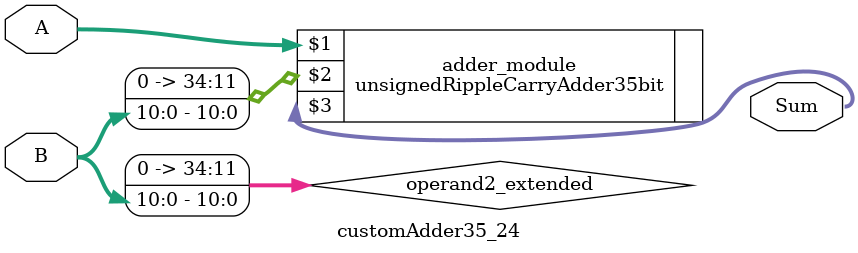
<source format=v>
module customAdder35_24(
                        input [34 : 0] A,
                        input [10 : 0] B,
                        
                        output [35 : 0] Sum
                );

        wire [34 : 0] operand2_extended;
        
        assign operand2_extended =  {24'b0, B};
        
        unsignedRippleCarryAdder35bit adder_module(
            A,
            operand2_extended,
            Sum
        );
        
        endmodule
        
</source>
